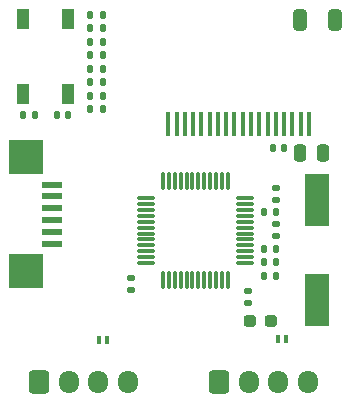
<source format=gts>
G04 #@! TF.GenerationSoftware,KiCad,Pcbnew,(6.0.2-0)*
G04 #@! TF.CreationDate,2022-09-17T18:07:10+02:00*
G04 #@! TF.ProjectId,ER-TFT1_69-1 Adapter,45522d54-4654-4315-9f36-392d31204164,rev?*
G04 #@! TF.SameCoordinates,Original*
G04 #@! TF.FileFunction,Soldermask,Top*
G04 #@! TF.FilePolarity,Negative*
%FSLAX46Y46*%
G04 Gerber Fmt 4.6, Leading zero omitted, Abs format (unit mm)*
G04 Created by KiCad (PCBNEW (6.0.2-0)) date 2022-09-17 18:07:10*
%MOMM*%
%LPD*%
G01*
G04 APERTURE LIST*
G04 Aperture macros list*
%AMRoundRect*
0 Rectangle with rounded corners*
0 $1 Rounding radius*
0 $2 $3 $4 $5 $6 $7 $8 $9 X,Y pos of 4 corners*
0 Add a 4 corners polygon primitive as box body*
4,1,4,$2,$3,$4,$5,$6,$7,$8,$9,$2,$3,0*
0 Add four circle primitives for the rounded corners*
1,1,$1+$1,$2,$3*
1,1,$1+$1,$4,$5*
1,1,$1+$1,$6,$7*
1,1,$1+$1,$8,$9*
0 Add four rect primitives between the rounded corners*
20,1,$1+$1,$2,$3,$4,$5,0*
20,1,$1+$1,$4,$5,$6,$7,0*
20,1,$1+$1,$6,$7,$8,$9,0*
20,1,$1+$1,$8,$9,$2,$3,0*%
G04 Aperture macros list end*
%ADD10RoundRect,0.135000X-0.135000X-0.185000X0.135000X-0.185000X0.135000X0.185000X-0.135000X0.185000X0*%
%ADD11RoundRect,0.135000X0.135000X0.185000X-0.135000X0.185000X-0.135000X-0.185000X0.135000X-0.185000X0*%
%ADD12R,2.000000X4.500000*%
%ADD13RoundRect,0.250000X-0.325000X-0.650000X0.325000X-0.650000X0.325000X0.650000X-0.325000X0.650000X0*%
%ADD14R,0.350000X2.000000*%
%ADD15RoundRect,0.135000X-0.185000X0.135000X-0.185000X-0.135000X0.185000X-0.135000X0.185000X0.135000X0*%
%ADD16RoundRect,0.250000X-0.600000X-0.725000X0.600000X-0.725000X0.600000X0.725000X-0.600000X0.725000X0*%
%ADD17O,1.700000X1.950000*%
%ADD18RoundRect,0.140000X-0.140000X-0.170000X0.140000X-0.170000X0.140000X0.170000X-0.140000X0.170000X0*%
%ADD19RoundRect,0.140000X0.140000X0.170000X-0.140000X0.170000X-0.140000X-0.170000X0.140000X-0.170000X0*%
%ADD20RoundRect,0.140000X0.170000X-0.140000X0.170000X0.140000X-0.170000X0.140000X-0.170000X-0.140000X0*%
%ADD21RoundRect,0.100000X0.100000X0.250000X-0.100000X0.250000X-0.100000X-0.250000X0.100000X-0.250000X0*%
%ADD22RoundRect,0.237500X-0.287500X-0.237500X0.287500X-0.237500X0.287500X0.237500X-0.287500X0.237500X0*%
%ADD23RoundRect,0.250000X-0.250000X-0.475000X0.250000X-0.475000X0.250000X0.475000X-0.250000X0.475000X0*%
%ADD24R,3.000000X3.000000*%
%ADD25R,1.800000X0.600000*%
%ADD26R,1.000000X1.700000*%
%ADD27RoundRect,0.075000X0.662500X0.075000X-0.662500X0.075000X-0.662500X-0.075000X0.662500X-0.075000X0*%
%ADD28RoundRect,0.075000X0.075000X0.662500X-0.075000X0.662500X-0.075000X-0.662500X0.075000X-0.662500X0*%
G04 APERTURE END LIST*
D10*
X117615000Y-84331601D03*
X118635000Y-84331601D03*
X117615000Y-86617601D03*
X118635000Y-86617601D03*
D11*
X133284593Y-98756401D03*
X132264593Y-98756401D03*
D12*
X136782593Y-106211601D03*
X136782593Y-97711601D03*
D10*
X117615000Y-82045601D03*
X118635000Y-82045601D03*
D13*
X135325000Y-82525000D03*
X138275000Y-82525000D03*
D14*
X124206200Y-91281600D03*
X124906200Y-91281600D03*
X125606200Y-91281600D03*
X126306200Y-91281600D03*
X127006200Y-91281600D03*
X127706200Y-91281600D03*
X128406200Y-91281600D03*
X129106200Y-91281600D03*
X129806200Y-91281600D03*
X130506200Y-91281600D03*
X131206200Y-91281600D03*
X131906200Y-91281600D03*
X132606200Y-91281600D03*
X133306200Y-91281600D03*
X134006200Y-91281600D03*
X134706200Y-91281600D03*
X135406200Y-91281600D03*
X136106200Y-91281600D03*
D15*
X130987593Y-105411601D03*
X130987593Y-106431601D03*
D16*
X113267593Y-113143601D03*
D17*
X115767593Y-113143601D03*
X118267593Y-113143601D03*
X120767593Y-113143601D03*
D10*
X117615000Y-85474601D03*
X118635000Y-85474601D03*
D18*
X132345393Y-104161601D03*
X133305393Y-104161601D03*
D10*
X111935593Y-90554601D03*
X112955593Y-90554601D03*
D19*
X115744993Y-90554601D03*
X114784993Y-90554601D03*
D10*
X117615000Y-83188601D03*
X118635000Y-83188601D03*
D16*
X128507593Y-113143601D03*
D17*
X131007593Y-113143601D03*
X133507593Y-113143601D03*
X136007593Y-113143601D03*
D20*
X133282593Y-100760401D03*
X133282593Y-99800401D03*
D21*
X119018593Y-109604601D03*
X118318593Y-109604601D03*
D22*
X131140193Y-107976601D03*
X132890193Y-107976601D03*
D21*
X134207593Y-109486601D03*
X133507593Y-109486601D03*
D23*
X135371593Y-93729601D03*
X137271593Y-93729601D03*
D18*
X132345393Y-103018601D03*
X133305393Y-103018601D03*
D24*
X112158593Y-94086601D03*
X112158593Y-103786601D03*
D25*
X114328593Y-96436601D03*
X114328593Y-97436601D03*
X114328593Y-98436601D03*
X114328593Y-99436601D03*
X114328593Y-100436601D03*
X114328593Y-101436601D03*
D26*
X115742593Y-88751601D03*
X115742593Y-82451601D03*
X111942593Y-82451601D03*
X111942593Y-88751601D03*
D19*
X133987593Y-93336601D03*
X133027593Y-93336601D03*
D15*
X121081593Y-104366301D03*
X121081593Y-105386301D03*
D20*
X133282593Y-97712401D03*
X133282593Y-96752401D03*
D10*
X117615000Y-90046601D03*
X118635000Y-90046601D03*
X117615000Y-87760601D03*
X118635000Y-87760601D03*
D18*
X132345393Y-101875601D03*
X133305393Y-101875601D03*
D10*
X117615000Y-88903601D03*
X118635000Y-88903601D03*
D27*
X130659893Y-103086601D03*
X130659893Y-102586601D03*
X130659893Y-102086601D03*
X130659893Y-101586601D03*
X130659893Y-101086601D03*
X130659893Y-100586601D03*
X130659893Y-100086601D03*
X130659893Y-99586601D03*
X130659893Y-99086601D03*
X130659893Y-98586601D03*
X130659893Y-98086601D03*
X130659893Y-97586601D03*
D28*
X129247393Y-96174101D03*
X128747393Y-96174101D03*
X128247393Y-96174101D03*
X127747393Y-96174101D03*
X127247393Y-96174101D03*
X126747393Y-96174101D03*
X126247393Y-96174101D03*
X125747393Y-96174101D03*
X125247393Y-96174101D03*
X124747393Y-96174101D03*
X124247393Y-96174101D03*
X123747393Y-96174101D03*
D27*
X122334893Y-97586601D03*
X122334893Y-98086601D03*
X122334893Y-98586601D03*
X122334893Y-99086601D03*
X122334893Y-99586601D03*
X122334893Y-100086601D03*
X122334893Y-100586601D03*
X122334893Y-101086601D03*
X122334893Y-101586601D03*
X122334893Y-102086601D03*
X122334893Y-102586601D03*
X122334893Y-103086601D03*
D28*
X123747393Y-104499101D03*
X124247393Y-104499101D03*
X124747393Y-104499101D03*
X125247393Y-104499101D03*
X125747393Y-104499101D03*
X126247393Y-104499101D03*
X126747393Y-104499101D03*
X127247393Y-104499101D03*
X127747393Y-104499101D03*
X128247393Y-104499101D03*
X128747393Y-104499101D03*
X129247393Y-104499101D03*
M02*

</source>
